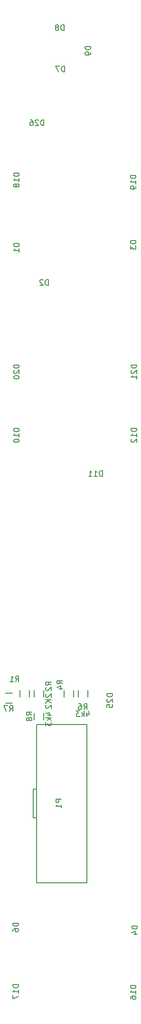
<source format=gbr>
G04 #@! TF.FileFunction,Legend,Bot*
%FSLAX46Y46*%
G04 Gerber Fmt 4.6, Leading zero omitted, Abs format (unit mm)*
G04 Created by KiCad (PCBNEW 4.0.4+e1-6308~48~ubuntu14.04.1-stable) date Thu Sep  7 12:28:42 2017*
%MOMM*%
%LPD*%
G01*
G04 APERTURE LIST*
%ADD10C,0.100000*%
%ADD11C,0.150000*%
G04 APERTURE END LIST*
D10*
D11*
X113134000Y-146114000D02*
X112554000Y-146114000D01*
X112554000Y-146114000D02*
X112554000Y-141034000D01*
X112554000Y-141034000D02*
X113134000Y-141034000D01*
X113134000Y-157664000D02*
X113134000Y-129484000D01*
X113134000Y-129484000D02*
X122134000Y-129484000D01*
X122134000Y-129484000D02*
X122134000Y-157664000D01*
X122134000Y-157664000D02*
X113134000Y-157664000D01*
X111905000Y-124616000D02*
X111905000Y-123416000D01*
X110155000Y-123416000D02*
X110155000Y-124616000D01*
X114445000Y-124616000D02*
X114445000Y-123416000D01*
X112695000Y-123416000D02*
X112695000Y-124616000D01*
X119779000Y-124616000D02*
X119779000Y-123416000D01*
X118029000Y-123416000D02*
X118029000Y-124616000D01*
X122319000Y-124616000D02*
X122319000Y-123416000D01*
X120569000Y-123416000D02*
X120569000Y-124616000D01*
X107636000Y-125653000D02*
X108836000Y-125653000D01*
X108836000Y-123903000D02*
X107636000Y-123903000D01*
X114445000Y-128680000D02*
X114445000Y-127480000D01*
X112695000Y-127480000D02*
X112695000Y-128680000D01*
X110053381Y-43838905D02*
X109053381Y-43838905D01*
X109053381Y-44077000D01*
X109101000Y-44219858D01*
X109196238Y-44315096D01*
X109291476Y-44362715D01*
X109481952Y-44410334D01*
X109624810Y-44410334D01*
X109815286Y-44362715D01*
X109910524Y-44315096D01*
X110005762Y-44219858D01*
X110053381Y-44077000D01*
X110053381Y-43838905D01*
X110053381Y-45362715D02*
X110053381Y-44791286D01*
X110053381Y-45077000D02*
X109053381Y-45077000D01*
X109196238Y-44981762D01*
X109291476Y-44886524D01*
X109339095Y-44791286D01*
X115238095Y-51252381D02*
X115238095Y-50252381D01*
X115000000Y-50252381D01*
X114857142Y-50300000D01*
X114761904Y-50395238D01*
X114714285Y-50490476D01*
X114666666Y-50680952D01*
X114666666Y-50823810D01*
X114714285Y-51014286D01*
X114761904Y-51109524D01*
X114857142Y-51204762D01*
X115000000Y-51252381D01*
X115238095Y-51252381D01*
X114285714Y-50347619D02*
X114238095Y-50300000D01*
X114142857Y-50252381D01*
X113904761Y-50252381D01*
X113809523Y-50300000D01*
X113761904Y-50347619D01*
X113714285Y-50442857D01*
X113714285Y-50538095D01*
X113761904Y-50680952D01*
X114333333Y-51252381D01*
X113714285Y-51252381D01*
X130881381Y-43330905D02*
X129881381Y-43330905D01*
X129881381Y-43569000D01*
X129929000Y-43711858D01*
X130024238Y-43807096D01*
X130119476Y-43854715D01*
X130309952Y-43902334D01*
X130452810Y-43902334D01*
X130643286Y-43854715D01*
X130738524Y-43807096D01*
X130833762Y-43711858D01*
X130881381Y-43569000D01*
X130881381Y-43330905D01*
X129881381Y-44235667D02*
X129881381Y-44854715D01*
X130262333Y-44521381D01*
X130262333Y-44664239D01*
X130309952Y-44759477D01*
X130357571Y-44807096D01*
X130452810Y-44854715D01*
X130690905Y-44854715D01*
X130786143Y-44807096D01*
X130833762Y-44759477D01*
X130881381Y-44664239D01*
X130881381Y-44378524D01*
X130833762Y-44283286D01*
X130786143Y-44235667D01*
X131135381Y-165377905D02*
X130135381Y-165377905D01*
X130135381Y-165616000D01*
X130183000Y-165758858D01*
X130278238Y-165854096D01*
X130373476Y-165901715D01*
X130563952Y-165949334D01*
X130706810Y-165949334D01*
X130897286Y-165901715D01*
X130992524Y-165854096D01*
X131087762Y-165758858D01*
X131135381Y-165616000D01*
X131135381Y-165377905D01*
X130468714Y-166806477D02*
X131135381Y-166806477D01*
X130087762Y-166568381D02*
X130802048Y-166330286D01*
X130802048Y-166949334D01*
X109926381Y-164869905D02*
X108926381Y-164869905D01*
X108926381Y-165108000D01*
X108974000Y-165250858D01*
X109069238Y-165346096D01*
X109164476Y-165393715D01*
X109354952Y-165441334D01*
X109497810Y-165441334D01*
X109688286Y-165393715D01*
X109783524Y-165346096D01*
X109878762Y-165250858D01*
X109926381Y-165108000D01*
X109926381Y-164869905D01*
X108926381Y-166298477D02*
X108926381Y-166108000D01*
X108974000Y-166012762D01*
X109021619Y-165965143D01*
X109164476Y-165869905D01*
X109354952Y-165822286D01*
X109735905Y-165822286D01*
X109831143Y-165869905D01*
X109878762Y-165917524D01*
X109926381Y-166012762D01*
X109926381Y-166203239D01*
X109878762Y-166298477D01*
X109831143Y-166346096D01*
X109735905Y-166393715D01*
X109497810Y-166393715D01*
X109402571Y-166346096D01*
X109354952Y-166298477D01*
X109307333Y-166203239D01*
X109307333Y-166012762D01*
X109354952Y-165917524D01*
X109402571Y-165869905D01*
X109497810Y-165822286D01*
X118150095Y-13247381D02*
X118150095Y-12247381D01*
X117912000Y-12247381D01*
X117769142Y-12295000D01*
X117673904Y-12390238D01*
X117626285Y-12485476D01*
X117578666Y-12675952D01*
X117578666Y-12818810D01*
X117626285Y-13009286D01*
X117673904Y-13104524D01*
X117769142Y-13199762D01*
X117912000Y-13247381D01*
X118150095Y-13247381D01*
X117245333Y-12247381D02*
X116578666Y-12247381D01*
X117007238Y-13247381D01*
X118023095Y-5881381D02*
X118023095Y-4881381D01*
X117785000Y-4881381D01*
X117642142Y-4929000D01*
X117546904Y-5024238D01*
X117499285Y-5119476D01*
X117451666Y-5309952D01*
X117451666Y-5452810D01*
X117499285Y-5643286D01*
X117546904Y-5738524D01*
X117642142Y-5833762D01*
X117785000Y-5881381D01*
X118023095Y-5881381D01*
X116880238Y-5309952D02*
X116975476Y-5262333D01*
X117023095Y-5214714D01*
X117070714Y-5119476D01*
X117070714Y-5071857D01*
X117023095Y-4976619D01*
X116975476Y-4929000D01*
X116880238Y-4881381D01*
X116689761Y-4881381D01*
X116594523Y-4929000D01*
X116546904Y-4976619D01*
X116499285Y-5071857D01*
X116499285Y-5119476D01*
X116546904Y-5214714D01*
X116594523Y-5262333D01*
X116689761Y-5309952D01*
X116880238Y-5309952D01*
X116975476Y-5357571D01*
X117023095Y-5405190D01*
X117070714Y-5500429D01*
X117070714Y-5690905D01*
X117023095Y-5786143D01*
X116975476Y-5833762D01*
X116880238Y-5881381D01*
X116689761Y-5881381D01*
X116594523Y-5833762D01*
X116546904Y-5786143D01*
X116499285Y-5690905D01*
X116499285Y-5500429D01*
X116546904Y-5405190D01*
X116594523Y-5357571D01*
X116689761Y-5309952D01*
X122817381Y-8754905D02*
X121817381Y-8754905D01*
X121817381Y-8993000D01*
X121865000Y-9135858D01*
X121960238Y-9231096D01*
X122055476Y-9278715D01*
X122245952Y-9326334D01*
X122388810Y-9326334D01*
X122579286Y-9278715D01*
X122674524Y-9231096D01*
X122769762Y-9135858D01*
X122817381Y-8993000D01*
X122817381Y-8754905D01*
X122817381Y-9802524D02*
X122817381Y-9993000D01*
X122769762Y-10088239D01*
X122722143Y-10135858D01*
X122579286Y-10231096D01*
X122388810Y-10278715D01*
X122007857Y-10278715D01*
X121912619Y-10231096D01*
X121865000Y-10183477D01*
X121817381Y-10088239D01*
X121817381Y-9897762D01*
X121865000Y-9802524D01*
X121912619Y-9754905D01*
X122007857Y-9707286D01*
X122245952Y-9707286D01*
X122341190Y-9754905D01*
X122388810Y-9802524D01*
X122436429Y-9897762D01*
X122436429Y-10088239D01*
X122388810Y-10183477D01*
X122341190Y-10231096D01*
X122245952Y-10278715D01*
X110053381Y-76763714D02*
X109053381Y-76763714D01*
X109053381Y-77001809D01*
X109101000Y-77144667D01*
X109196238Y-77239905D01*
X109291476Y-77287524D01*
X109481952Y-77335143D01*
X109624810Y-77335143D01*
X109815286Y-77287524D01*
X109910524Y-77239905D01*
X110005762Y-77144667D01*
X110053381Y-77001809D01*
X110053381Y-76763714D01*
X110053381Y-78287524D02*
X110053381Y-77716095D01*
X110053381Y-78001809D02*
X109053381Y-78001809D01*
X109196238Y-77906571D01*
X109291476Y-77811333D01*
X109339095Y-77716095D01*
X109053381Y-78906571D02*
X109053381Y-79001810D01*
X109101000Y-79097048D01*
X109148619Y-79144667D01*
X109243857Y-79192286D01*
X109434333Y-79239905D01*
X109672429Y-79239905D01*
X109862905Y-79192286D01*
X109958143Y-79144667D01*
X110005762Y-79097048D01*
X110053381Y-79001810D01*
X110053381Y-78906571D01*
X110005762Y-78811333D01*
X109958143Y-78763714D01*
X109862905Y-78716095D01*
X109672429Y-78668476D01*
X109434333Y-78668476D01*
X109243857Y-78716095D01*
X109148619Y-78763714D01*
X109101000Y-78811333D01*
X109053381Y-78906571D01*
X124912286Y-85288381D02*
X124912286Y-84288381D01*
X124674191Y-84288381D01*
X124531333Y-84336000D01*
X124436095Y-84431238D01*
X124388476Y-84526476D01*
X124340857Y-84716952D01*
X124340857Y-84859810D01*
X124388476Y-85050286D01*
X124436095Y-85145524D01*
X124531333Y-85240762D01*
X124674191Y-85288381D01*
X124912286Y-85288381D01*
X123388476Y-85288381D02*
X123959905Y-85288381D01*
X123674191Y-85288381D02*
X123674191Y-84288381D01*
X123769429Y-84431238D01*
X123864667Y-84526476D01*
X123959905Y-84574095D01*
X122436095Y-85288381D02*
X123007524Y-85288381D01*
X122721810Y-85288381D02*
X122721810Y-84288381D01*
X122817048Y-84431238D01*
X122912286Y-84526476D01*
X123007524Y-84574095D01*
X131008381Y-76763714D02*
X130008381Y-76763714D01*
X130008381Y-77001809D01*
X130056000Y-77144667D01*
X130151238Y-77239905D01*
X130246476Y-77287524D01*
X130436952Y-77335143D01*
X130579810Y-77335143D01*
X130770286Y-77287524D01*
X130865524Y-77239905D01*
X130960762Y-77144667D01*
X131008381Y-77001809D01*
X131008381Y-76763714D01*
X131008381Y-78287524D02*
X131008381Y-77716095D01*
X131008381Y-78001809D02*
X130008381Y-78001809D01*
X130151238Y-77906571D01*
X130246476Y-77811333D01*
X130294095Y-77716095D01*
X130103619Y-78668476D02*
X130056000Y-78716095D01*
X130008381Y-78811333D01*
X130008381Y-79049429D01*
X130056000Y-79144667D01*
X130103619Y-79192286D01*
X130198857Y-79239905D01*
X130294095Y-79239905D01*
X130436952Y-79192286D01*
X131008381Y-78620857D01*
X131008381Y-79239905D01*
X130881381Y-175950714D02*
X129881381Y-175950714D01*
X129881381Y-176188809D01*
X129929000Y-176331667D01*
X130024238Y-176426905D01*
X130119476Y-176474524D01*
X130309952Y-176522143D01*
X130452810Y-176522143D01*
X130643286Y-176474524D01*
X130738524Y-176426905D01*
X130833762Y-176331667D01*
X130881381Y-176188809D01*
X130881381Y-175950714D01*
X130881381Y-177474524D02*
X130881381Y-176903095D01*
X130881381Y-177188809D02*
X129881381Y-177188809D01*
X130024238Y-177093571D01*
X130119476Y-176998333D01*
X130167095Y-176903095D01*
X129881381Y-178331667D02*
X129881381Y-178141190D01*
X129929000Y-178045952D01*
X129976619Y-177998333D01*
X130119476Y-177903095D01*
X130309952Y-177855476D01*
X130690905Y-177855476D01*
X130786143Y-177903095D01*
X130833762Y-177950714D01*
X130881381Y-178045952D01*
X130881381Y-178236429D01*
X130833762Y-178331667D01*
X130786143Y-178379286D01*
X130690905Y-178426905D01*
X130452810Y-178426905D01*
X130357571Y-178379286D01*
X130309952Y-178331667D01*
X130262333Y-178236429D01*
X130262333Y-178045952D01*
X130309952Y-177950714D01*
X130357571Y-177903095D01*
X130452810Y-177855476D01*
X109926381Y-175823714D02*
X108926381Y-175823714D01*
X108926381Y-176061809D01*
X108974000Y-176204667D01*
X109069238Y-176299905D01*
X109164476Y-176347524D01*
X109354952Y-176395143D01*
X109497810Y-176395143D01*
X109688286Y-176347524D01*
X109783524Y-176299905D01*
X109878762Y-176204667D01*
X109926381Y-176061809D01*
X109926381Y-175823714D01*
X109926381Y-177347524D02*
X109926381Y-176776095D01*
X109926381Y-177061809D02*
X108926381Y-177061809D01*
X109069238Y-176966571D01*
X109164476Y-176871333D01*
X109212095Y-176776095D01*
X108926381Y-177680857D02*
X108926381Y-178347524D01*
X109926381Y-177918952D01*
X110053381Y-31297714D02*
X109053381Y-31297714D01*
X109053381Y-31535809D01*
X109101000Y-31678667D01*
X109196238Y-31773905D01*
X109291476Y-31821524D01*
X109481952Y-31869143D01*
X109624810Y-31869143D01*
X109815286Y-31821524D01*
X109910524Y-31773905D01*
X110005762Y-31678667D01*
X110053381Y-31535809D01*
X110053381Y-31297714D01*
X110053381Y-32821524D02*
X110053381Y-32250095D01*
X110053381Y-32535809D02*
X109053381Y-32535809D01*
X109196238Y-32440571D01*
X109291476Y-32345333D01*
X109339095Y-32250095D01*
X109481952Y-33392952D02*
X109434333Y-33297714D01*
X109386714Y-33250095D01*
X109291476Y-33202476D01*
X109243857Y-33202476D01*
X109148619Y-33250095D01*
X109101000Y-33297714D01*
X109053381Y-33392952D01*
X109053381Y-33583429D01*
X109101000Y-33678667D01*
X109148619Y-33726286D01*
X109243857Y-33773905D01*
X109291476Y-33773905D01*
X109386714Y-33726286D01*
X109434333Y-33678667D01*
X109481952Y-33583429D01*
X109481952Y-33392952D01*
X109529571Y-33297714D01*
X109577190Y-33250095D01*
X109672429Y-33202476D01*
X109862905Y-33202476D01*
X109958143Y-33250095D01*
X110005762Y-33297714D01*
X110053381Y-33392952D01*
X110053381Y-33583429D01*
X110005762Y-33678667D01*
X109958143Y-33726286D01*
X109862905Y-33773905D01*
X109672429Y-33773905D01*
X109577190Y-33726286D01*
X109529571Y-33678667D01*
X109481952Y-33583429D01*
X130881381Y-31678714D02*
X129881381Y-31678714D01*
X129881381Y-31916809D01*
X129929000Y-32059667D01*
X130024238Y-32154905D01*
X130119476Y-32202524D01*
X130309952Y-32250143D01*
X130452810Y-32250143D01*
X130643286Y-32202524D01*
X130738524Y-32154905D01*
X130833762Y-32059667D01*
X130881381Y-31916809D01*
X130881381Y-31678714D01*
X130881381Y-33202524D02*
X130881381Y-32631095D01*
X130881381Y-32916809D02*
X129881381Y-32916809D01*
X130024238Y-32821571D01*
X130119476Y-32726333D01*
X130167095Y-32631095D01*
X130881381Y-33678714D02*
X130881381Y-33869190D01*
X130833762Y-33964429D01*
X130786143Y-34012048D01*
X130643286Y-34107286D01*
X130452810Y-34154905D01*
X130071857Y-34154905D01*
X129976619Y-34107286D01*
X129929000Y-34059667D01*
X129881381Y-33964429D01*
X129881381Y-33773952D01*
X129929000Y-33678714D01*
X129976619Y-33631095D01*
X130071857Y-33583476D01*
X130309952Y-33583476D01*
X130405190Y-33631095D01*
X130452810Y-33678714D01*
X130500429Y-33773952D01*
X130500429Y-33964429D01*
X130452810Y-34059667D01*
X130405190Y-34107286D01*
X130309952Y-34154905D01*
X110053381Y-65460714D02*
X109053381Y-65460714D01*
X109053381Y-65698809D01*
X109101000Y-65841667D01*
X109196238Y-65936905D01*
X109291476Y-65984524D01*
X109481952Y-66032143D01*
X109624810Y-66032143D01*
X109815286Y-65984524D01*
X109910524Y-65936905D01*
X110005762Y-65841667D01*
X110053381Y-65698809D01*
X110053381Y-65460714D01*
X109148619Y-66413095D02*
X109101000Y-66460714D01*
X109053381Y-66555952D01*
X109053381Y-66794048D01*
X109101000Y-66889286D01*
X109148619Y-66936905D01*
X109243857Y-66984524D01*
X109339095Y-66984524D01*
X109481952Y-66936905D01*
X110053381Y-66365476D01*
X110053381Y-66984524D01*
X109053381Y-67603571D02*
X109053381Y-67698810D01*
X109101000Y-67794048D01*
X109148619Y-67841667D01*
X109243857Y-67889286D01*
X109434333Y-67936905D01*
X109672429Y-67936905D01*
X109862905Y-67889286D01*
X109958143Y-67841667D01*
X110005762Y-67794048D01*
X110053381Y-67698810D01*
X110053381Y-67603571D01*
X110005762Y-67508333D01*
X109958143Y-67460714D01*
X109862905Y-67413095D01*
X109672429Y-67365476D01*
X109434333Y-67365476D01*
X109243857Y-67413095D01*
X109148619Y-67460714D01*
X109101000Y-67508333D01*
X109053381Y-67603571D01*
X131008381Y-65460714D02*
X130008381Y-65460714D01*
X130008381Y-65698809D01*
X130056000Y-65841667D01*
X130151238Y-65936905D01*
X130246476Y-65984524D01*
X130436952Y-66032143D01*
X130579810Y-66032143D01*
X130770286Y-65984524D01*
X130865524Y-65936905D01*
X130960762Y-65841667D01*
X131008381Y-65698809D01*
X131008381Y-65460714D01*
X130103619Y-66413095D02*
X130056000Y-66460714D01*
X130008381Y-66555952D01*
X130008381Y-66794048D01*
X130056000Y-66889286D01*
X130103619Y-66936905D01*
X130198857Y-66984524D01*
X130294095Y-66984524D01*
X130436952Y-66936905D01*
X131008381Y-66365476D01*
X131008381Y-66984524D01*
X131008381Y-67936905D02*
X131008381Y-67365476D01*
X131008381Y-67651190D02*
X130008381Y-67651190D01*
X130151238Y-67555952D01*
X130246476Y-67460714D01*
X130294095Y-67365476D01*
X117586381Y-142835905D02*
X116586381Y-142835905D01*
X116586381Y-143216858D01*
X116634000Y-143312096D01*
X116681619Y-143359715D01*
X116776857Y-143407334D01*
X116919714Y-143407334D01*
X117014952Y-143359715D01*
X117062571Y-143312096D01*
X117110190Y-143216858D01*
X117110190Y-142835905D01*
X117586381Y-144359715D02*
X117586381Y-143788286D01*
X117586381Y-144074000D02*
X116586381Y-144074000D01*
X116729238Y-143978762D01*
X116824476Y-143883524D01*
X116872095Y-143788286D01*
X109386666Y-121864381D02*
X109720000Y-121388190D01*
X109958095Y-121864381D02*
X109958095Y-120864381D01*
X109577142Y-120864381D01*
X109481904Y-120912000D01*
X109434285Y-120959619D01*
X109386666Y-121054857D01*
X109386666Y-121197714D01*
X109434285Y-121292952D01*
X109481904Y-121340571D01*
X109577142Y-121388190D01*
X109958095Y-121388190D01*
X108434285Y-121864381D02*
X109005714Y-121864381D01*
X108720000Y-121864381D02*
X108720000Y-120864381D01*
X108815238Y-121007238D01*
X108910476Y-121102476D01*
X109005714Y-121150095D01*
X115768381Y-122515334D02*
X115292190Y-122182000D01*
X115768381Y-121943905D02*
X114768381Y-121943905D01*
X114768381Y-122324858D01*
X114816000Y-122420096D01*
X114863619Y-122467715D01*
X114958857Y-122515334D01*
X115101714Y-122515334D01*
X115196952Y-122467715D01*
X115244571Y-122420096D01*
X115292190Y-122324858D01*
X115292190Y-121943905D01*
X114863619Y-122896286D02*
X114816000Y-122943905D01*
X114768381Y-123039143D01*
X114768381Y-123277239D01*
X114816000Y-123372477D01*
X114863619Y-123420096D01*
X114958857Y-123467715D01*
X115054095Y-123467715D01*
X115196952Y-123420096D01*
X115768381Y-122848667D01*
X115768381Y-123467715D01*
X114863619Y-124087095D02*
X114816000Y-124134714D01*
X114768381Y-124229952D01*
X114768381Y-124468048D01*
X114816000Y-124563286D01*
X114863619Y-124610905D01*
X114958857Y-124658524D01*
X115054095Y-124658524D01*
X115196952Y-124610905D01*
X115768381Y-124039476D01*
X115768381Y-124658524D01*
X115768381Y-125087095D02*
X114768381Y-125087095D01*
X115768381Y-125658524D02*
X115196952Y-125229952D01*
X114768381Y-125658524D02*
X115339810Y-125087095D01*
X114863619Y-126039476D02*
X114816000Y-126087095D01*
X114768381Y-126182333D01*
X114768381Y-126420429D01*
X114816000Y-126515667D01*
X114863619Y-126563286D01*
X114958857Y-126610905D01*
X115054095Y-126610905D01*
X115196952Y-126563286D01*
X115768381Y-125991857D01*
X115768381Y-126610905D01*
X117800381Y-122261334D02*
X117324190Y-121928000D01*
X117800381Y-121689905D02*
X116800381Y-121689905D01*
X116800381Y-122070858D01*
X116848000Y-122166096D01*
X116895619Y-122213715D01*
X116990857Y-122261334D01*
X117133714Y-122261334D01*
X117228952Y-122213715D01*
X117276571Y-122166096D01*
X117324190Y-122070858D01*
X117324190Y-121689905D01*
X117133714Y-123118477D02*
X117800381Y-123118477D01*
X116752762Y-122880381D02*
X117467048Y-122642286D01*
X117467048Y-123261334D01*
X121578666Y-126817381D02*
X121912000Y-126341190D01*
X122150095Y-126817381D02*
X122150095Y-125817381D01*
X121769142Y-125817381D01*
X121673904Y-125865000D01*
X121626285Y-125912619D01*
X121578666Y-126007857D01*
X121578666Y-126150714D01*
X121626285Y-126245952D01*
X121673904Y-126293571D01*
X121769142Y-126341190D01*
X122150095Y-126341190D01*
X120721523Y-125817381D02*
X120912000Y-125817381D01*
X121007238Y-125865000D01*
X121054857Y-125912619D01*
X121150095Y-126055476D01*
X121197714Y-126245952D01*
X121197714Y-126626905D01*
X121150095Y-126722143D01*
X121102476Y-126769762D01*
X121007238Y-126817381D01*
X120816761Y-126817381D01*
X120721523Y-126769762D01*
X120673904Y-126722143D01*
X120626285Y-126626905D01*
X120626285Y-126388810D01*
X120673904Y-126293571D01*
X120721523Y-126245952D01*
X120816761Y-126198333D01*
X121007238Y-126198333D01*
X121102476Y-126245952D01*
X121150095Y-126293571D01*
X121197714Y-126388810D01*
X122102476Y-127420714D02*
X122102476Y-128087381D01*
X122340572Y-127039762D02*
X122578667Y-127754048D01*
X121959619Y-127754048D01*
X121578667Y-128087381D02*
X121578667Y-127087381D01*
X121483429Y-127706429D02*
X121197714Y-128087381D01*
X121197714Y-127420714D02*
X121578667Y-127801667D01*
X120864381Y-127087381D02*
X120245333Y-127087381D01*
X120578667Y-127468333D01*
X120435809Y-127468333D01*
X120340571Y-127515952D01*
X120292952Y-127563571D01*
X120245333Y-127658810D01*
X120245333Y-127896905D01*
X120292952Y-127992143D01*
X120340571Y-128039762D01*
X120435809Y-128087381D01*
X120721524Y-128087381D01*
X120816762Y-128039762D01*
X120864381Y-127992143D01*
X108307166Y-127134881D02*
X108640500Y-126658690D01*
X108878595Y-127134881D02*
X108878595Y-126134881D01*
X108497642Y-126134881D01*
X108402404Y-126182500D01*
X108354785Y-126230119D01*
X108307166Y-126325357D01*
X108307166Y-126468214D01*
X108354785Y-126563452D01*
X108402404Y-126611071D01*
X108497642Y-126658690D01*
X108878595Y-126658690D01*
X107973833Y-126134881D02*
X107307166Y-126134881D01*
X107735738Y-127134881D01*
X112339381Y-127849334D02*
X111863190Y-127516000D01*
X112339381Y-127277905D02*
X111339381Y-127277905D01*
X111339381Y-127658858D01*
X111387000Y-127754096D01*
X111434619Y-127801715D01*
X111529857Y-127849334D01*
X111672714Y-127849334D01*
X111767952Y-127801715D01*
X111815571Y-127754096D01*
X111863190Y-127658858D01*
X111863190Y-127277905D01*
X111767952Y-128420762D02*
X111720333Y-128325524D01*
X111672714Y-128277905D01*
X111577476Y-128230286D01*
X111529857Y-128230286D01*
X111434619Y-128277905D01*
X111387000Y-128325524D01*
X111339381Y-128420762D01*
X111339381Y-128611239D01*
X111387000Y-128706477D01*
X111434619Y-128754096D01*
X111529857Y-128801715D01*
X111577476Y-128801715D01*
X111672714Y-128754096D01*
X111720333Y-128706477D01*
X111767952Y-128611239D01*
X111767952Y-128420762D01*
X111815571Y-128325524D01*
X111863190Y-128277905D01*
X111958429Y-128230286D01*
X112148905Y-128230286D01*
X112244143Y-128277905D01*
X112291762Y-128325524D01*
X112339381Y-128420762D01*
X112339381Y-128611239D01*
X112291762Y-128706477D01*
X112244143Y-128754096D01*
X112148905Y-128801715D01*
X111958429Y-128801715D01*
X111863190Y-128754096D01*
X111815571Y-128706477D01*
X111767952Y-128611239D01*
X115101714Y-127833524D02*
X115768381Y-127833524D01*
X114720762Y-127595428D02*
X115435048Y-127357333D01*
X115435048Y-127976381D01*
X115768381Y-128357333D02*
X114768381Y-128357333D01*
X115387429Y-128452571D02*
X115768381Y-128738286D01*
X115101714Y-128738286D02*
X115482667Y-128357333D01*
X114768381Y-129071619D02*
X114768381Y-129690667D01*
X115149333Y-129357333D01*
X115149333Y-129500191D01*
X115196952Y-129595429D01*
X115244571Y-129643048D01*
X115339810Y-129690667D01*
X115577905Y-129690667D01*
X115673143Y-129643048D01*
X115720762Y-129595429D01*
X115768381Y-129500191D01*
X115768381Y-129214476D01*
X115720762Y-129119238D01*
X115673143Y-129071619D01*
X126690381Y-124007714D02*
X125690381Y-124007714D01*
X125690381Y-124245809D01*
X125738000Y-124388667D01*
X125833238Y-124483905D01*
X125928476Y-124531524D01*
X126118952Y-124579143D01*
X126261810Y-124579143D01*
X126452286Y-124531524D01*
X126547524Y-124483905D01*
X126642762Y-124388667D01*
X126690381Y-124245809D01*
X126690381Y-124007714D01*
X125785619Y-124960095D02*
X125738000Y-125007714D01*
X125690381Y-125102952D01*
X125690381Y-125341048D01*
X125738000Y-125436286D01*
X125785619Y-125483905D01*
X125880857Y-125531524D01*
X125976095Y-125531524D01*
X126118952Y-125483905D01*
X126690381Y-124912476D01*
X126690381Y-125531524D01*
X125690381Y-126436286D02*
X125690381Y-125960095D01*
X126166571Y-125912476D01*
X126118952Y-125960095D01*
X126071333Y-126055333D01*
X126071333Y-126293429D01*
X126118952Y-126388667D01*
X126166571Y-126436286D01*
X126261810Y-126483905D01*
X126499905Y-126483905D01*
X126595143Y-126436286D01*
X126642762Y-126388667D01*
X126690381Y-126293429D01*
X126690381Y-126055333D01*
X126642762Y-125960095D01*
X126595143Y-125912476D01*
X114434786Y-22804381D02*
X114434786Y-21804381D01*
X114196691Y-21804381D01*
X114053833Y-21852000D01*
X113958595Y-21947238D01*
X113910976Y-22042476D01*
X113863357Y-22232952D01*
X113863357Y-22375810D01*
X113910976Y-22566286D01*
X113958595Y-22661524D01*
X114053833Y-22756762D01*
X114196691Y-22804381D01*
X114434786Y-22804381D01*
X113482405Y-21899619D02*
X113434786Y-21852000D01*
X113339548Y-21804381D01*
X113101452Y-21804381D01*
X113006214Y-21852000D01*
X112958595Y-21899619D01*
X112910976Y-21994857D01*
X112910976Y-22090095D01*
X112958595Y-22232952D01*
X113530024Y-22804381D01*
X112910976Y-22804381D01*
X112053833Y-21804381D02*
X112244310Y-21804381D01*
X112339548Y-21852000D01*
X112387167Y-21899619D01*
X112482405Y-22042476D01*
X112530024Y-22232952D01*
X112530024Y-22613905D01*
X112482405Y-22709143D01*
X112434786Y-22756762D01*
X112339548Y-22804381D01*
X112149071Y-22804381D01*
X112053833Y-22756762D01*
X112006214Y-22709143D01*
X111958595Y-22613905D01*
X111958595Y-22375810D01*
X112006214Y-22280571D01*
X112053833Y-22232952D01*
X112149071Y-22185333D01*
X112339548Y-22185333D01*
X112434786Y-22232952D01*
X112482405Y-22280571D01*
X112530024Y-22375810D01*
M02*

</source>
